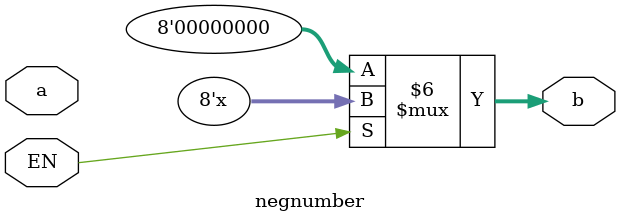
<source format=v>
module negnumber(
input wire [7:0] a,
output reg [7:0] b,
input EN
);
reg [7:0] s1;
//assign s1 = ~a;
//assign b = s1 + 1'b1;
always @ (*)
	if (EN ==1)begin
	s1 <= ~a;
	b <= s1 +1'b1;
	end
	else begin
	s1 <= 0;
	b <= 0;
	end


endmodule

</source>
